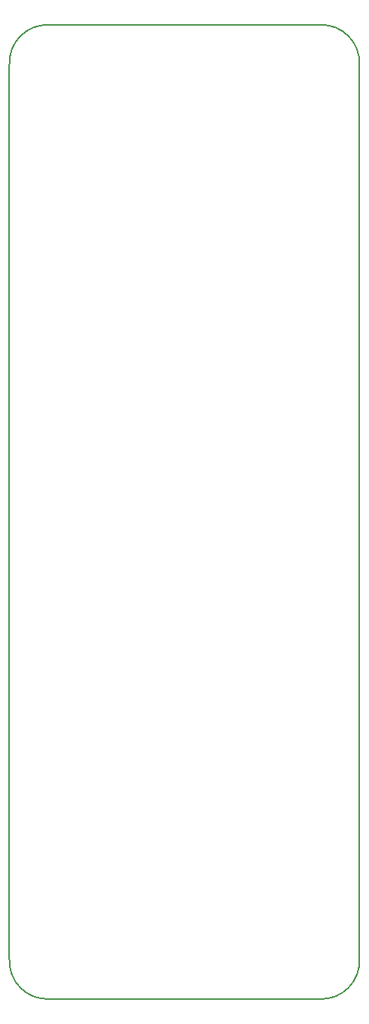
<source format=gko>
G04 DipTrace 3.1.0.0*
G04 uO_c.GKO*
%MOIN*%
G04 #@! TF.FileFunction,Profile*
G04 #@! TF.Part,Single*
%ADD11C,0.005512*%
%FSLAX26Y26*%
G04*
G70*
G90*
G75*
G01*
G04 BoardOutline*
%LPD*%
X394178Y569104D2*
D11*
G03X567178Y394104I167549J-7377D01*
G01*
X1767178D1*
G03X1940178Y569104I5451J167623D01*
G01*
Y4519104D1*
G03X1767178Y4694104I-167549J7377D01*
G01*
X567178D1*
G03X394178Y4519104I-5451J-167623D01*
G01*
Y569104D1*
M02*

</source>
